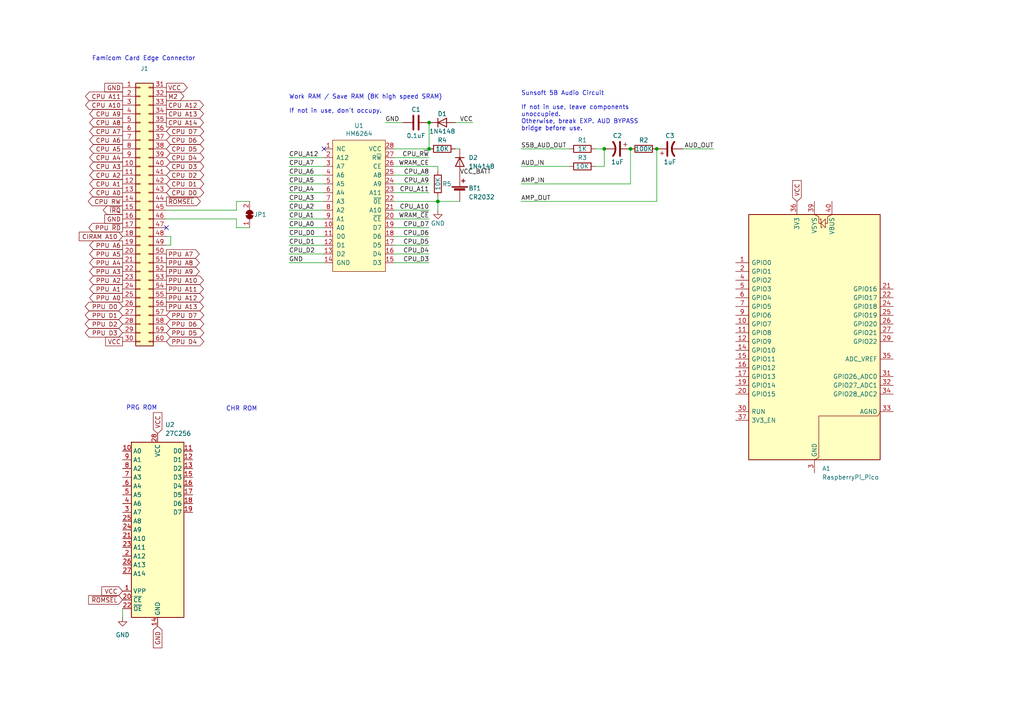
<source format=kicad_sch>
(kicad_sch (version 20231120) (generator "eeschema") (generator_version "8.0")
  (paper "A4")
  (title_block (title "FME-7 / 5A / 5B DevBoard (SS-E301 / JxROM)") (date "2022-03-11") (rev "0.0.4") (company "Persune") (comment 1 "Designed for FC"))
  (lib_symbols
    (symbol "Connector_Generic:Conn_02x30_Top_Bottom" (pin_names (offset 1.016) hide)
      (property "Reference" "J" (at 1.27 38.1 0))
      (property "Value" "Conn_02x30_Top_Bottom" (at 1.27 -40.64 0))
      (symbol "Conn_02x30_Top_Bottom_1_1"
        (rectangle (start -1.27 -37.973) (end 0 -38.227) (stroke (width 0.1524)))
        (rectangle (start -1.27 -35.433) (end 0 -35.687) (stroke (width 0.1524)))
        (rectangle (start -1.27 -32.893) (end 0 -33.147) (stroke (width 0.1524)))
        (rectangle (start -1.27 -30.353) (end 0 -30.607) (stroke (width 0.1524)))
        (rectangle (start -1.27 -27.813) (end 0 -28.067) (stroke (width 0.1524)))
        (rectangle (start -1.27 -25.273) (end 0 -25.527) (stroke (width 0.1524)))
        (rectangle (start -1.27 -22.733) (end 0 -22.987) (stroke (width 0.1524)))
        (rectangle (start -1.27 -20.193) (end 0 -20.447) (stroke (width 0.1524)))
        (rectangle (start -1.27 -17.653) (end 0 -17.907) (stroke (width 0.1524)))
        (rectangle (start -1.27 -15.113) (end 0 -15.367) (stroke (width 0.1524)))
        (rectangle (start -1.27 -12.573) (end 0 -12.827) (stroke (width 0.1524)))
        (rectangle (start -1.27 -10.033) (end 0 -10.287) (stroke (width 0.1524)))
        (rectangle (start -1.27 -7.493) (end 0 -7.747) (stroke (width 0.1524)))
        (rectangle (start -1.27 -4.953) (end 0 -5.207) (stroke (width 0.1524)))
        (rectangle (start -1.27 -2.413) (end 0 -2.667) (stroke (width 0.1524)))
        (rectangle (start -1.27 0.127) (end 0 -0.127) (stroke (width 0.1524)))
        (rectangle (start -1.27 2.667) (end 0 2.413) (stroke (width 0.1524)))
        (rectangle (start -1.27 5.207) (end 0 4.953) (stroke (width 0.1524)))
        (rectangle (start -1.27 7.747) (end 0 7.493) (stroke (width 0.1524)))
        (rectangle (start -1.27 10.287) (end 0 10.033) (stroke (width 0.1524)))
        (rectangle (start -1.27 12.827) (end 0 12.573) (stroke (width 0.1524)))
        (rectangle (start -1.27 15.367) (end 0 15.113) (stroke (width 0.1524)))
        (rectangle (start -1.27 17.907) (end 0 17.653) (stroke (width 0.1524)))
        (rectangle (start -1.27 20.447) (end 0 20.193) (stroke (width 0.1524)))
        (rectangle (start -1.27 22.987) (end 0 22.733) (stroke (width 0.1524)))
        (rectangle (start -1.27 25.527) (end 0 25.273) (stroke (width 0.1524)))
        (rectangle (start -1.27 28.067) (end 0 27.813) (stroke (width 0.1524)))
        (rectangle (start -1.27 30.607) (end 0 30.353) (stroke (width 0.1524)))
        (rectangle (start -1.27 33.147) (end 0 32.893) (stroke (width 0.1524)))
        (rectangle (start -1.27 35.687) (end 0 35.433) (stroke (width 0.1524)))
        (rectangle (start -1.27 36.83) (end 3.81 -39.37) (stroke (width 0.254)) (fill (type background)))
        (rectangle (start 3.81 -37.973) (end 2.54 -38.227) (stroke (width 0.1524)))
        (rectangle (start 3.81 -35.433) (end 2.54 -35.687) (stroke (width 0.1524)))
        (rectangle (start 3.81 -32.893) (end 2.54 -33.147) (stroke (width 0.1524)))
        (rectangle (start 3.81 -30.353) (end 2.54 -30.607) (stroke (width 0.1524)))
        (rectangle (start 3.81 -27.813) (end 2.54 -28.067) (stroke (width 0.1524)))
        (rectangle (start 3.81 -25.273) (end 2.54 -25.527) (stroke (width 0.1524)))
        (rectangle (start 3.81 -22.733) (end 2.54 -22.987) (stroke (width 0.1524)))
        (rectangle (start 3.81 -20.193) (end 2.54 -20.447) (stroke (width 0.1524)))
        (rectangle (start 3.81 -17.653) (end 2.54 -17.907) (stroke (width 0.1524)))
        (rectangle (start 3.81 -15.113) (end 2.54 -15.367) (stroke (width 0.1524)))
        (rectangle (start 3.81 -12.573) (end 2.54 -12.827) (stroke (width 0.1524)))
        (rectangle (start 3.81 -10.033) (end 2.54 -10.287) (stroke (width 0.1524)))
        (rectangle (start 3.81 -7.493) (end 2.54 -7.747) (stroke (width 0.1524)))
        (rectangle (start 3.81 -4.953) (end 2.54 -5.207) (stroke (width 0.1524)))
        (rectangle (start 3.81 -2.413) (end 2.54 -2.667) (stroke (width 0.1524)))
        (rectangle (start 3.81 0.127) (end 2.54 -0.127) (stroke (width 0.1524)))
        (rectangle (start 3.81 2.667) (end 2.54 2.413) (stroke (width 0.1524)))
        (rectangle (start 3.81 5.207) (end 2.54 4.953) (stroke (width 0.1524)))
        (rectangle (start 3.81 7.747) (end 2.54 7.493) (stroke (width 0.1524)))
        (rectangle (start 3.81 10.287) (end 2.54 10.033) (stroke (width 0.1524)))
        (rectangle (start 3.81 12.827) (end 2.54 12.573) (stroke (width 0.1524)))
        (rectangle (start 3.81 15.367) (end 2.54 15.113) (stroke (width 0.1524)))
        (rectangle (start 3.81 17.907) (end 2.54 17.653) (stroke (width 0.1524)))
        (rectangle (start 3.81 20.447) (end 2.54 20.193) (stroke (width 0.1524)))
        (rectangle (start 3.81 22.987) (end 2.54 22.733) (stroke (width 0.1524)))
        (rectangle (start 3.81 25.527) (end 2.54 25.273) (stroke (width 0.1524)))
        (rectangle (start 3.81 28.067) (end 2.54 27.813) (stroke (width 0.1524)))
        (rectangle (start 3.81 30.607) (end 2.54 30.353) (stroke (width 0.1524)))
        (rectangle (start 3.81 33.147) (end 2.54 32.893) (stroke (width 0.1524)))
        (rectangle (start 3.81 35.687) (end 2.54 35.433) (stroke (width 0.1524)))
        (pin passive line (at -5.08 35.56 0) (length 3.81) (name "Pin_1") (number "1"))
        (pin passive line (at -5.08 12.7 0) (length 3.81) (name "Pin_10") (number "10"))
        (pin passive line (at -5.08 10.16 0) (length 3.81) (name "Pin_11") (number "11"))
        (pin passive line (at -5.08 7.62 0) (length 3.81) (name "Pin_12") (number "12"))
        (pin passive line (at -5.08 5.08 0) (length 3.81) (name "Pin_13") (number "13"))
        (pin passive line (at -5.08 2.54 0) (length 3.81) (name "Pin_14") (number "14"))
        (pin passive line (at -5.08 0 0) (length 3.81) (name "Pin_15") (number "15"))
        (pin passive line (at -5.08 -2.54 0) (length 3.81) (name "Pin_16") (number "16"))
        (pin passive line (at -5.08 -5.08 0) (length 3.81) (name "Pin_17") (number "17"))
        (pin passive line (at -5.08 -7.62 0) (length 3.81) (name "Pin_18") (number "18"))
        (pin passive line (at -5.08 -10.16 0) (length 3.81) (name "Pin_19") (number "19"))
        (pin passive line (at -5.08 33.02 0) (length 3.81) (name "Pin_2") (number "2"))
        (pin passive line (at -5.08 -12.7 0) (length 3.81) (name "Pin_20") (number "20"))
        (pin passive line (at -5.08 -15.24 0) (length 3.81) (name "Pin_21") (number "21"))
        (pin passive line (at -5.08 -17.78 0) (length 3.81) (name "Pin_22") (number "22"))
        (pin passive line (at -5.08 -20.32 0) (length 3.81) (name "Pin_23") (number "23"))
        (pin passive line (at -5.08 -22.86 0) (length 3.81) (name "Pin_24") (number "24"))
        (pin passive line (at -5.08 -25.4 0) (length 3.81) (name "Pin_25") (number "25"))
        (pin passive line (at -5.08 -27.94 0) (length 3.81) (name "Pin_26") (number "26"))
        (pin passive line (at -5.08 -30.48 0) (length 3.81) (name "Pin_27") (number "27"))
        (pin passive line (at -5.08 -33.02 0) (length 3.81) (name "Pin_28") (number "28"))
        (pin passive line (at -5.08 -35.56 0) (length 3.81) (name "Pin_29") (number "29"))
        (pin passive line (at -5.08 30.48 0) (length 3.81) (name "Pin_3") (number "3"))
        (pin passive line (at -5.08 -38.1 0) (length 3.81) (name "Pin_30") (number "30"))
        (pin passive line (at 7.62 35.56 180) (length 3.81) (name "Pin_31") (number "31"))
        (pin passive line (at 7.62 33.02 180) (length 3.81) (name "Pin_32") (number "32"))
        (pin passive line (at 7.62 30.48 180) (length 3.81) (name "Pin_33") (number "33"))
        (pin passive line (at 7.62 27.94 180) (length 3.81) (name "Pin_34") (number "34"))
        (pin passive line (at 7.62 25.4 180) (length 3.81) (name "Pin_35") (number "35"))
        (pin passive line (at 7.62 22.86 180) (length 3.81) (name "Pin_36") (number "36"))
        (pin passive line (at 7.62 20.32 180) (length 3.81) (name "Pin_37") (number "37"))
        (pin passive line (at 7.62 17.78 180) (length 3.81) (name "Pin_38") (number "38"))
        (pin passive line (at 7.62 15.24 180) (length 3.81) (name "Pin_39") (number "39"))
        (pin passive line (at -5.08 27.94 0) (length 3.81) (name "Pin_4") (number "4"))
        (pin passive line (at 7.62 12.7 180) (length 3.81) (name "Pin_40") (number "40"))
        (pin passive line (at 7.62 10.16 180) (length 3.81) (name "Pin_41") (number "41"))
        (pin passive line (at 7.62 7.62 180) (length 3.81) (name "Pin_42") (number "42"))
        (pin passive line (at 7.62 5.08 180) (length 3.81) (name "Pin_43") (number "43"))
        (pin passive line (at 7.62 2.54 180) (length 3.81) (name "Pin_44") (number "44"))
        (pin passive line (at 7.62 0 180) (length 3.81) (name "Pin_45") (number "45"))
        (pin passive line (at 7.62 -2.54 180) (length 3.81) (name "Pin_46") (number "46"))
        (pin passive line (at 7.62 -5.08 180) (length 3.81) (name "Pin_47") (number "47"))
        (pin passive line (at 7.62 -7.62 180) (length 3.81) (name "Pin_48") (number "48"))
        (pin passive line (at 7.62 -10.16 180) (length 3.81) (name "Pin_49") (number "49"))
        (pin passive line (at -5.08 25.4 0) (length 3.81) (name "Pin_5") (number "5"))
        (pin passive line (at 7.62 -12.7 180) (length 3.81) (name "Pin_50") (number "50"))
        (pin passive line (at 7.62 -15.24 180) (length 3.81) (name "Pin_51") (number "51"))
        (pin passive line (at 7.62 -17.78 180) (length 3.81) (name "Pin_52") (number "52"))
        (pin passive line (at 7.62 -20.32 180) (length 3.81) (name "Pin_53") (number "53"))
        (pin passive line (at 7.62 -22.86 180) (length 3.81) (name "Pin_54") (number "54"))
        (pin passive line (at 7.62 -25.4 180) (length 3.81) (name "Pin_55") (number "55"))
        (pin passive line (at 7.62 -27.94 180) (length 3.81) (name "Pin_56") (number "56"))
        (pin passive line (at 7.62 -30.48 180) (length 3.81) (name "Pin_57") (number "57"))
        (pin passive line (at 7.62 -33.02 180) (length 3.81) (name "Pin_58") (number "58"))
        (pin passive line (at 7.62 -35.56 180) (length 3.81) (name "Pin_59") (number "59"))
        (pin passive line (at -5.08 22.86 0) (length 3.81) (name "Pin_6") (number "6"))
        (pin passive line (at 7.62 -38.1 180) (length 3.81) (name "Pin_60") (number "60"))
        (pin passive line (at -5.08 20.32 0) (length 3.81) (name "Pin_7") (number "7"))
        (pin passive line (at -5.08 17.78 0) (length 3.81) (name "Pin_8") (number "8"))
        (pin passive line (at -5.08 15.24 0) (length 3.81) (name "Pin_9") (number "9"))
      )
    )
    (symbol "Device:Battery_Cell" (pin_numbers hide) (pin_names (offset 0) hide)
      (property "Reference" "BT" (at 2.54 2.54 0))
      (property "Value" "Battery_Cell" (at 2.54 0 0))
      (symbol "Battery_Cell_0_1"
        (rectangle (start -2.286 1.778) (end 2.286 1.524) (fill (type outline)))
        (rectangle (start -1.5748 1.1938) (end 1.4732 0.6858) (fill (type outline)))
        (polyline (pts (xy 0 0.762) (xy 0 0)))
        (polyline (pts (xy 0 1.778) (xy 0 2.54)))
        (polyline (pts (xy 0.508 3.429) (xy 1.524 3.429)) (stroke (width 0.254)))
        (polyline (pts (xy 1.016 3.937) (xy 1.016 2.921)) (stroke (width 0.254)))
      )
      (symbol "Battery_Cell_1_1"
        (pin passive line (at 0 5.08 270) (length 2.54) (name "+") (number "1"))
        (pin passive line (at 0 -2.54 90) (length 2.54) (name "-") (number "2"))
      )
    )
    (symbol "Device:C" (pin_numbers hide) (pin_names (offset 0.254))
      (property "Reference" "C" (at 0.635 2.54 0))
      (property "Value" "C" (at 0.635 -2.54 0))
      (symbol "C_0_1"
        (polyline (pts (xy -2.032 -0.762) (xy 2.032 -0.762)) (stroke (width 0.508)))
        (polyline (pts (xy -2.032 0.762) (xy 2.032 0.762)) (stroke (width 0.508)))
      )
      (symbol "C_1_1"
        (pin passive line (at 0 3.81 270) (length 2.794) (name "~") (number "1"))
        (pin passive line (at 0 -3.81 90) (length 2.794) (name "~") (number "2"))
      )
    )
    (symbol "Device:CP1" (pin_numbers hide) (pin_names (offset 0.254) hide)
      (property "Reference" "C" (at 0.635 2.54 0))
      (property "Value" "Device_CP1" (at 0.635 -2.54 0))
      (symbol "CP1_0_1"
        (polyline (pts (xy -2.032 0.762) (xy 2.032 0.762)) (stroke (width 0.508)))
        (polyline (pts (xy -1.778 2.286) (xy -0.762 2.286)))
        (polyline (pts (xy -1.27 1.778) (xy -1.27 2.794)))
        (arc (start 2.032 -1.27) (mid 0 -0.5572) (end -2.032 -1.27) (stroke (width 0.508)))
      )
      (symbol "CP1_1_1"
        (pin passive line (at 0 3.81 270) (length 2.794) (name "~") (number "1"))
        (pin passive line (at 0 -3.81 90) (length 3.302) (name "~") (number "2"))
      )
    )
    (symbol "Device:D" (pin_numbers hide) (pin_names (offset 1.016) hide)
      (property "Reference" "D" (at 0 2.54 0))
      (property "Value" "D" (at 0 -2.54 0))
      (symbol "D_0_1"
        (polyline (pts (xy -1.27 1.27) (xy -1.27 -1.27)) (stroke (width 0.254)))
        (polyline (pts (xy 1.27 0) (xy -1.27 0)))
        (polyline (pts (xy 1.27 1.27) (xy 1.27 -1.27) (xy -1.27 0) (xy 1.27 1.27)) (stroke (width 0.254)))
      )
      (symbol "D_1_1"
        (pin passive line (at -3.81 0 0) (length 2.54) (name "K") (number "1"))
        (pin passive line (at 3.81 0 180) (length 2.54) (name "A") (number "2"))
      )
    )
    (symbol "Device:R" (pin_numbers hide) (pin_names (offset 0))
      (property "Reference" "R" (at 2.032 0 90))
      (property "Value" "R" (at 0 0 90))
      (symbol "R_0_1"
        (rectangle (start -1.016 -2.54) (end 1.016 2.54) (stroke (width 0.254)))
      )
      (symbol "R_1_1"
        (pin passive line (at 0 3.81 270) (length 1.27) (name "~") (number "1"))
        (pin passive line (at 0 -3.81 90) (length 1.27) (name "~") (number "2"))
      )
    )
    (symbol "GND_1" (power) (pin_numbers hide) (pin_names (offset 0) hide)
      (property "Value" "GND" (at 0 -3.81 0))
      (symbol "GND_1_0_1"
        (polyline (pts (xy 0 0) (xy 0 -1.27) (xy 1.27 -1.27) (xy 0 -2.54) (xy -1.27 -1.27) (xy 0 -1.27)))
      )
      (symbol "GND_1_1_1"
        (pin power_in line (at 0 0 270) (length 0) (name "~") (number "1"))
      )
    )
    (symbol "Jumper:SolderJumper_2_Bridged" (pin_names (offset 0) hide)
      (property "Reference" "JP" (at 0 2.032 0))
      (property "Value" "SolderJumper_2_Bridged" (at 0 -2.54 0))
      (symbol "SolderJumper_2_Bridged_0_1"
        (rectangle (start -0.508 0.508) (end 0.508 -0.508) (fill (type outline)))
        (arc (start -0.254 1.016) (mid -1.2655 0) (end -0.254 -1.016))
        (arc (start -0.254 1.016) (mid -1.2655 0) (end -0.254 -1.016) (fill (type outline)))
        (polyline (pts (xy -0.254 1.016) (xy -0.254 -1.016)))
        (polyline (pts (xy 0.254 1.016) (xy 0.254 -1.016)))
        (arc (start 0.254 -1.016) (mid 1.2655 0) (end 0.254 1.016))
        (arc (start 0.254 -1.016) (mid 1.2655 0) (end 0.254 1.016) (fill (type outline)))
      )
      (symbol "SolderJumper_2_Bridged_1_1"
        (pin passive line (at -3.81 0 0) (length 2.54) (name "A") (number "1"))
        (pin passive line (at 3.81 0 180) (length 2.54) (name "B") (number "2"))
      )
    )
    (symbol "MCU_Module_RaspberryPi_Pico:RaspberryPi_Pico" (pin_names (offset 0.762))
      (property "Reference" "A" (at -19.05 38.1 0))
      (property "Value" "RaspberryPi_Pico" (at 7.62 38.1 0))
      (symbol "RaspberryPi_Pico_0_1"
        (rectangle (start -19.05 36.83) (end 19.05 -34.29) (stroke (width 0.254)) (fill (type background)))
        (polyline (pts (xy 0 36.83) (xy 1.27 36.195) (xy 1.27 34.29) (xy 1.905 34.29)))
        (polyline (pts (xy 1.905 34.29) (xy 3.175 35.56) (xy 3.175 33.02) (xy 1.905 34.29)))
        (polyline (pts (xy 5.08 36.83) (xy 3.81 36.195) (xy 3.81 34.29) (xy 3.175 34.29)))
        (polyline (pts (xy 0 -34.29) (xy 1.27 -33.655) (xy 1.27 -21.59) (xy 18.415 -21.59) (xy 19.05 -20.32)))
        (polyline (pts (xy 1.651 35.306) (xy 1.651 35.56) (xy 1.905 35.56) (xy 1.905 33.02) (xy 2.159 33.02) (xy 2.159 33.274)))
      )
      (symbol "RaspberryPi_Pico_1_1"
        (pin bidirectional line (at -22.86 22.86 0) (length 3.81) (name "GPIO0") (number "1"))
        (pin bidirectional line (at -22.86 5.08 0) (length 3.81) (name "GPIO7") (number "10"))
        (pin bidirectional line (at -22.86 2.54 0) (length 3.81) (name "GPIO8") (number "11"))
        (pin bidirectional line (at -22.86 0 0) (length 3.81) (name "GPIO9") (number "12"))
        (pin passive line (at 0 -38.1 90) (length 3.81) hide (name "GND") (number "13"))
        (pin bidirectional line (at -22.86 -2.54 0) (length 3.81) (name "GPIO10") (number "14"))
        (pin bidirectional line (at -22.86 -5.08 0) (length 3.81) (name "GPIO11") (number "15"))
        (pin bidirectional line (at -22.86 -7.62 0) (length 3.81) (name "GPIO12") (number "16"))
        (pin bidirectional line (at -22.86 -10.16 0) (length 3.81) (name "GPIO13") (number "17"))
        (pin passive line (at 0 -38.1 90) (length 3.81) hide (name "GND") (number "18"))
        (pin bidirectional line (at -22.86 -12.7 0) (length 3.81) (name "GPIO14") (number "19"))
        (pin bidirectional line (at -22.86 20.32 0) (length 3.81) (name "GPIO1") (number "2"))
        (pin bidirectional line (at -22.86 -15.24 0) (length 3.81) (name "GPIO15") (number "20"))
        (pin bidirectional line (at 22.86 15.24 180) (length 3.81) (name "GPIO16") (number "21"))
        (pin bidirectional line (at 22.86 12.7 180) (length 3.81) (name "GPIO17") (number "22"))
        (pin passive line (at 0 -38.1 90) (length 3.81) hide (name "GND") (number "23"))
        (pin bidirectional line (at 22.86 10.16 180) (length 3.81) (name "GPIO18") (number "24"))
        (pin bidirectional line (at 22.86 7.62 180) (length 3.81) (name "GPIO19") (number "25"))
        (pin bidirectional line (at 22.86 5.08 180) (length 3.81) (name "GPIO20") (number "26"))
        (pin bidirectional line (at 22.86 2.54 180) (length 3.81) (name "GPIO21") (number "27"))
        (pin passive line (at 0 -38.1 90) (length 3.81) hide (name "GND") (number "28"))
        (pin bidirectional line (at 22.86 0 180) (length 3.81) (name "GPIO22") (number "29"))
        (pin power_out line (at 0 -38.1 90) (length 3.81) (name "GND") (number "3"))
        (pin input line (at -22.86 -20.32 0) (length 3.81) (name "RUN") (number "30"))
        (pin bidirectional line (at 22.86 -10.16 180) (length 3.81) (name "GPIO26_ADC0") (number "31"))
        (pin bidirectional line (at 22.86 -12.7 180) (length 3.81) (name "GPIO27_ADC1") (number "32"))
        (pin power_out line (at 22.86 -20.32 180) (length 3.81) (name "AGND") (number "33"))
        (pin bidirectional line (at 22.86 -15.24 180) (length 3.81) (name "GPIO28_ADC2") (number "34"))
        (pin power_in line (at 22.86 -5.08 180) (length 3.81) (name "ADC_VREF") (number "35"))
        (pin power_out line (at -5.08 40.64 270) (length 3.81) (name "3V3") (number "36"))
        (pin input line (at -22.86 -22.86 0) (length 3.81) (name "3V3_EN") (number "37"))
        (pin passive line (at 0 -38.1 90) (length 3.81) hide (name "GND") (number "38"))
        (pin power_in line (at 0 40.64 270) (length 3.81) (name "VSYS") (number "39"))
        (pin bidirectional line (at -22.86 17.78 0) (length 3.81) (name "GPIO2") (number "4"))
        (pin power_out line (at 5.08 40.64 270) (length 3.81) (name "VBUS") (number "40"))
        (pin bidirectional line (at -22.86 15.24 0) (length 3.81) (name "GPIO3") (number "5"))
        (pin bidirectional line (at -22.86 12.7 0) (length 3.81) (name "GPIO4") (number "6"))
        (pin bidirectional line (at -22.86 10.16 0) (length 3.81) (name "GPIO5") (number "7"))
        (pin passive line (at 0 -38.1 90) (length 3.81) hide (name "GND") (number "8"))
        (pin bidirectional line (at -22.86 7.62 0) (length 3.81) (name "GPIO6") (number "9"))
      )
    )
    (symbol "Memory_EPROM:27C256"
      (property "Reference" "U" (at -7.62 26.67 0))
      (property "Value" "27C256" (at 2.54 -26.67 0))
      (symbol "27C256_1_1"
        (rectangle (start -7.62 25.4) (end 7.62 -25.4) (stroke (width 0.254)) (fill (type background)))
        (pin input line (at -10.16 -17.78 0) (length 2.54) (name "VPP") (number "1"))
        (pin input line (at -10.16 22.86 0) (length 2.54) (name "A0") (number "10"))
        (pin tri_state line (at 10.16 22.86 180) (length 2.54) (name "D0") (number "11"))
        (pin tri_state line (at 10.16 20.32 180) (length 2.54) (name "D1") (number "12"))
        (pin tri_state line (at 10.16 17.78 180) (length 2.54) (name "D2") (number "13"))
        (pin power_in line (at 0 -27.94 90) (length 2.54) (name "GND") (number "14"))
        (pin tri_state line (at 10.16 15.24 180) (length 2.54) (name "D3") (number "15"))
        (pin tri_state line (at 10.16 12.7 180) (length 2.54) (name "D4") (number "16"))
        (pin tri_state line (at 10.16 10.16 180) (length 2.54) (name "D5") (number "17"))
        (pin tri_state line (at 10.16 7.62 180) (length 2.54) (name "D6") (number "18"))
        (pin tri_state line (at 10.16 5.08 180) (length 2.54) (name "D7") (number "19"))
        (pin input line (at -10.16 -7.62 0) (length 2.54) (name "A12") (number "2"))
        (pin input line (at -10.16 -20.32 0) (length 2.54) (name "~{CE}") (number "20"))
        (pin input line (at -10.16 -2.54 0) (length 2.54) (name "A10") (number "21"))
        (pin input line (at -10.16 -22.86 0) (length 2.54) (name "~{OE}") (number "22"))
        (pin input line (at -10.16 -5.08 0) (length 2.54) (name "A11") (number "23"))
        (pin input line (at -10.16 0 0) (length 2.54) (name "A9") (number "24"))
        (pin input line (at -10.16 2.54 0) (length 2.54) (name "A8") (number "25"))
        (pin input line (at -10.16 -10.16 0) (length 2.54) (name "A13") (number "26"))
        (pin input line (at -10.16 -12.7 0) (length 2.54) (name "A14") (number "27"))
        (pin power_in line (at 0 27.94 270) (length 2.54) (name "VCC") (number "28"))
        (pin input line (at -10.16 5.08 0) (length 2.54) (name "A7") (number "3"))
        (pin input line (at -10.16 7.62 0) (length 2.54) (name "A6") (number "4"))
        (pin input line (at -10.16 10.16 0) (length 2.54) (name "A5") (number "5"))
        (pin input line (at -10.16 12.7 0) (length 2.54) (name "A4") (number "6"))
        (pin input line (at -10.16 15.24 0) (length 2.54) (name "A3") (number "7"))
        (pin input line (at -10.16 17.78 0) (length 2.54) (name "A2") (number "8"))
        (pin input line (at -10.16 20.32 0) (length 2.54) (name "A1") (number "9"))
      )
    )
    (symbol "custom_symbols:HM6264" (pin_names (offset 1.016))
      (property "Reference" "U" (at 0 22.86 0))
      (property "Value" "HM6264" (at 0 20.32 0))
      (symbol "HM6264_0_1"
        (rectangle (start -7.62 19.05) (end 7.62 -19.05) (fill (type background)))
      )
      (symbol "HM6264_1_1"
        (pin unspecified line (at -10.16 16.51 0) (length 2.54) (name "NC") (number "1"))
        (pin input line (at -10.16 -6.35 0) (length 2.54) (name "A0") (number "10"))
        (pin bidirectional line (at -10.16 -8.89 0) (length 2.54) (name "D0") (number "11"))
        (pin bidirectional line (at -10.16 -11.43 0) (length 2.54) (name "D1") (number "12"))
        (pin bidirectional line (at -10.16 -13.97 0) (length 2.54) (name "D2") (number "13"))
        (pin power_in line (at -10.16 -16.51 0) (length 2.54) (name "GND") (number "14"))
        (pin bidirectional line (at 10.16 -16.51 180) (length 2.54) (name "D3") (number "15"))
        (pin bidirectional line (at 10.16 -13.97 180) (length 2.54) (name "D4") (number "16"))
        (pin bidirectional line (at 10.16 -11.43 180) (length 2.54) (name "D5") (number "17"))
        (pin bidirectional line (at 10.16 -8.89 180) (length 2.54) (name "D6") (number "18"))
        (pin bidirectional line (at 10.16 -6.35 180) (length 2.54) (name "D7") (number "19"))
        (pin input line (at -10.16 13.97 0) (length 2.54) (name "A12") (number "2"))
        (pin output line (at 10.16 -3.81 180) (length 2.54) (name "~{CE}") (number "20"))
        (pin input line (at 10.16 -1.27 180) (length 2.54) (name "A10") (number "21"))
        (pin output line (at 10.16 1.27 180) (length 2.54) (name "~{0E}") (number "22"))
        (pin input line (at 10.16 3.81 180) (length 2.54) (name "A11") (number "23"))
        (pin input line (at 10.16 6.35 180) (length 2.54) (name "A9") (number "24"))
        (pin input line (at 10.16 8.89 180) (length 2.54) (name "A8") (number "25"))
        (pin input line (at 10.16 11.43 180) (length 2.54) (name "CE") (number "26"))
        (pin input line (at 10.16 13.97 180) (length 2.54) (name "R~{W}") (number "27"))
        (pin power_in line (at 10.16 16.51 180) (length 2.54) (name "VCC") (number "28"))
        (pin input line (at -10.16 11.43 0) (length 2.54) (name "A7") (number "3"))
        (pin input line (at -10.16 8.89 0) (length 2.54) (name "A6") (number "4"))
        (pin input line (at -10.16 6.35 0) (length 2.54) (name "A5") (number "5"))
        (pin input line (at -10.16 3.81 0) (length 2.54) (name "A4") (number "6"))
        (pin input line (at -10.16 1.27 0) (length 2.54) (name "A3") (number "7"))
        (pin input line (at -10.16 -1.27 0) (length 2.54) (name "A2") (number "8"))
        (pin input line (at -10.16 -3.81 0) (length 2.54) (name "A1") (number "9"))
      )
    )
    (symbol "power:GND" (power) (pin_names (offset 0))
      (property "Value" "GND" (at 0 -3.81 0))
      (symbol "GND_0_1"
        (polyline (pts (xy 0 0) (xy 0 -1.27) (xy 1.27 -1.27) (xy 0 -2.54) (xy -1.27 -1.27) (xy 0 -1.27)))
      )
      (symbol "GND_1_1"
        (pin power_in line (at 0 0 270) (length 0) hide (name "GND") (number "1"))
      )
    )
    (symbol "power:PWR_FLAG" (power) (pin_numbers hide) (pin_names (offset 0) hide)
      (property "Value" "PWR_FLAG" (at 0 3.81 0))
      (symbol "PWR_FLAG_0_0"
        (pin power_out line (at 0 0 90) (length 0) (name "pwr") (number "1"))
      )
      (symbol "PWR_FLAG_0_1"
        (polyline (pts (xy 0 0) (xy 0 1.27) (xy -1.016 1.905) (xy 0 2.54) (xy 1.016 1.905) (xy 0 1.27)))
      )
    )
    (symbol "power:VCC" (power) (pin_names (offset 0))
      (property "Value" "VCC" (at 0 3.81 0))
      (symbol "VCC_0_1"
        (polyline (pts (xy -0.762 1.27) (xy 0 2.54)))
        (polyline (pts (xy 0 0) (xy 0 2.54)))
        (polyline (pts (xy 0 2.54) (xy 0.762 1.27)))
      )
      (symbol "VCC_1_1"
        (pin power_in line (at 0 0 90) (length 0) hide (name "VCC") (number "1"))
      )
    )
  )
  (junction (at 175.26 43.18))
  (junction (at 182.88 43.18))
  (junction (at 190.5 43.18))
  (junction (at 124.46 43.18))
  (junction (at 127 58.42))
  (junction (at 124.46 35.56))
  (no_connect (at 48.26 66.04))
  (no_connect (at 93.98 43.18))
  (wire (pts (xy 48.26 63.5) (xy 68.58 63.5)))
  (wire (pts (xy 83.82 60.96) (xy 93.98 60.96)))
  (wire (pts (xy 151.13 43.18) (xy 165.1 43.18)))
  (wire (pts (xy 124.46 35.56) (xy 124.46 43.18)))
  (wire (pts (xy 68.58 58.42) (xy 68.58 60.96)))
  (wire (pts (xy 127 48.26) (xy 127 49.53)))
  (wire (pts (xy 190.5 43.18) (xy 190.5 58.42)))
  (wire (pts (xy 114.3 63.5) (xy 124.46 63.5)))
  (wire (pts (xy 172.72 43.18) (xy 175.26 43.18)))
  (wire (pts (xy 35.56 179.07) (xy 35.56 176.53)))
  (wire (pts (xy 83.82 45.72) (xy 93.98 45.72)))
  (wire (pts (xy 83.82 66.04) (xy 93.98 66.04)))
  (wire (pts (xy 48.26 60.96) (xy 68.58 60.96)))
  (wire (pts (xy 127 60.96) (xy 127 58.42)))
  (wire (pts (xy 124.46 66.04) (xy 114.3 66.04)))
  (wire (pts (xy 124.46 60.96) (xy 114.3 60.96)))
  (wire (pts (xy 207.01 43.18) (xy 198.12 43.18)))
  (wire (pts (xy 175.26 43.18) (xy 175.26 48.26)))
  (wire (pts (xy 114.3 48.26) (xy 127 48.26)))
  (wire (pts (xy 124.46 50.8) (xy 114.3 50.8)))
  (wire (pts (xy 93.98 73.66) (xy 83.82 73.66)))
  (wire (pts (xy 68.58 66.04) (xy 68.58 63.5)))
  (wire (pts (xy 151.13 58.42) (xy 190.5 58.42)))
  (wire (pts (xy 302.26 207.01) (xy 307.34 207.01)))
  (wire (pts (xy 49.53 68.58) (xy 49.53 71.12)))
  (wire (pts (xy 114.3 68.58) (xy 124.46 68.58)))
  (wire (pts (xy 133.35 43.18) (xy 132.08 43.18)))
  (wire (pts (xy 83.82 76.2) (xy 93.98 76.2)))
  (wire (pts (xy 124.46 71.12) (xy 114.3 71.12)))
  (wire (pts (xy 72.39 58.42) (xy 68.58 58.42)))
  (wire (pts (xy 114.3 55.88) (xy 124.46 55.88)))
  (wire (pts (xy 114.3 73.66) (xy 124.46 73.66)))
  (wire (pts (xy 72.39 66.04) (xy 68.58 66.04)))
  (wire (pts (xy 127 57.15) (xy 127 58.42)))
  (wire (pts (xy 114.3 58.42) (xy 127 58.42)))
  (wire (pts (xy 48.26 68.58) (xy 49.53 68.58)))
  (wire (pts (xy 93.98 63.5) (xy 83.82 63.5)))
  (wire (pts (xy 83.82 71.12) (xy 93.98 71.12)))
  (wire (pts (xy 132.08 35.56) (xy 137.16 35.56)))
  (wire (pts (xy 182.88 43.18) (xy 182.88 53.34)))
  (wire (pts (xy 93.98 58.42) (xy 83.82 58.42)))
  (wire (pts (xy 151.13 53.34) (xy 182.88 53.34)))
  (wire (pts (xy 114.3 43.18) (xy 124.46 43.18)))
  (wire (pts (xy 114.3 53.34) (xy 124.46 53.34)))
  (wire (pts (xy 93.98 68.58) (xy 83.82 68.58)))
  (wire (pts (xy 111.76 35.56) (xy 116.84 35.56)))
  (wire (pts (xy 83.82 50.8) (xy 93.98 50.8)))
  (wire (pts (xy 124.46 45.72) (xy 114.3 45.72)))
  (wire (pts (xy 124.46 76.2) (xy 114.3 76.2)))
  (wire (pts (xy 172.72 48.26) (xy 175.26 48.26)))
  (wire (pts (xy 133.35 58.42) (xy 127 58.42)))
  (wire (pts (xy 302.26 209.55) (xy 307.34 209.55)))
  (wire (pts (xy 83.82 55.88) (xy 93.98 55.88)))
  (wire (pts (xy 93.98 48.26) (xy 83.82 48.26)))
  (wire (pts (xy 49.53 71.12) (xy 48.26 71.12)))
  (wire (pts (xy 93.98 53.34) (xy 83.82 53.34)))
  (wire (pts (xy 165.1 48.26) (xy 151.13 48.26)))
  (text "Sunsoft 5B Audio Circuit\n\nIf not in use, leave components\nunoccupied.\nOtherwise, break EXP. AUD BYPASS\nbridge before use." (at 151.13 38.1 0) (effects (font (size 1.27 1.27)) (justify left bottom)))
  (text "Famicom Card Edge Connector" (at 26.67 17.78 0) (effects (font (size 1.27 1.27)) (justify left bottom)))
  (text "CHR ROM" (at 65.532 119.38 0) (effects (font (size 1.27 1.27)) (justify left bottom)))
  (text "Work RAM / Save RAM (8K high speed SRAM)\n\nIf not in use, don't occupy." (at 83.82 33.02 0) (effects (font (size 1.27 1.27)) (justify left bottom)))
  (text "PRG ROM" (at 36.576 119.126 0) (effects (font (size 1.27 1.27)) (justify left bottom)))
  (label "CPU_D2" (at 83.82 73.66 0))
  (label "CPU_A11" (at 124.46 55.88 180))
  (label "CPU_R~{W}" (at 124.46 45.72 180))
  (label "CPU_D0" (at 83.82 68.58 0))
  (label "CPU_A10" (at 124.46 60.96 180))
  (label "AMP_IN" (at 151.13 53.34 0))
  (label "CPU_A2" (at 83.82 60.96 0))
  (label "CPU_D4" (at 124.46 73.66 180))
  (label "CPU_A1" (at 83.82 63.5 0))
  (label "WRAM_CE" (at 124.46 48.26 180))
  (label "CPU_A12" (at 83.82 45.72 0))
  (label "AMP_OUT" (at 151.13 58.42 0))
  (label "CPU_D7" (at 124.46 66.04 180))
  (label "CPU_A9" (at 124.46 53.34 180))
  (label "GND" (at 83.82 76.2 0))
  (label "VCC" (at 302.26 209.55 0))
  (label "CPU_A7" (at 83.82 48.26 0))
  (label "WRAM_~{CE}" (at 124.46 63.5 180))
  (label "CPU_A8" (at 124.46 50.8 180))
  (label "CPU_A3" (at 83.82 58.42 0))
  (label "CPU_D1" (at 83.82 71.12 0))
  (label "AUD_OUT" (at 207.01 43.18 180))
  (label "CPU_A4" (at 83.82 55.88 0))
  (label "CPU_A0" (at 83.82 66.04 0))
  (label "GND" (at 302.26 207.01 0))
  (label "CPU_A6" (at 83.82 50.8 0))
  (label "CPU_D3" (at 124.46 76.2 180))
  (label "GND" (at 111.76 35.56 0))
  (label "CPU_D5" (at 124.46 71.12 180))
  (label "CPU_D6" (at 124.46 68.58 180))
  (label "VCC_BATT" (at 133.35 50.8 0))
  (label "S5B_AUD_OUT" (at 151.13 43.18 0))
  (label "VCC" (at 137.16 35.56 180))
  (label "AUD_IN" (at 151.13 48.26 0))
  (label "CPU_A5" (at 83.82 53.34 0))
  (global_label "PPU A7" (shape output) (at 48.26 73.66 0) (property "Intersheetrefs" "${INTERSHEET_REFS}" (effects (hide yes))))
  (global_label "VCC" (shape input) (at 35.56 171.45 180) (property "Intersheetrefs" "${INTERSHEET_REFS}" (effects (hide yes))))
  (global_label "CPU A4" (shape output) (at 35.56 45.72 180) (property "Intersheetrefs" "${INTERSHEET_REFS}" (effects (hide yes))))
  (global_label "M2" (shape output) (at 48.26 27.94 0) (property "Intersheetrefs" "${INTERSHEET_REFS}" (effects (hide yes))))
  (global_label "CPU D3" (shape bidirectional) (at 48.26 48.26 0) (property "Intersheetrefs" "${INTERSHEET_REFS}" (effects (hide yes))))
  (global_label "~{ROMSEL}" (shape input) (at 35.56 173.99 180) (property "Intersheetrefs" "${INTERSHEET_REFS}" (effects (hide yes))))
  (global_label "CPU A10" (shape output) (at 35.56 30.48 180) (property "Intersheetrefs" "${INTERSHEET_REFS}" (effects (hide yes))))
  (global_label "VCC" (shape passive) (at 35.56 99.06 180) (property "Intersheetrefs" "${INTERSHEET_REFS}" (effects (hide yes))))
  (global_label "CPU A14" (shape output) (at 48.26 35.56 0) (property "Intersheetrefs" "${INTERSHEET_REFS}" (effects (hide yes))))
  (global_label "PPU D7" (shape bidirectional) (at 48.26 91.44 0) (property "Intersheetrefs" "${INTERSHEET_REFS}" (effects (hide yes))))
  (global_label "PPU A3" (shape output) (at 35.56 78.74 180) (property "Intersheetrefs" "${INTERSHEET_REFS}" (effects (hide yes))))
  (global_label "PPU D1" (shape bidirectional) (at 35.56 91.44 180) (property "Intersheetrefs" "${INTERSHEET_REFS}" (effects (hide yes))))
  (global_label "GND" (shape passive) (at 35.56 63.5 180) (property "Intersheetrefs" "${INTERSHEET_REFS}" (effects (hide yes))))
  (global_label "PPU ~{RD}" (shape output) (at 35.56 66.04 180) (property "Intersheetrefs" "${INTERSHEET_REFS}" (effects (hide yes))))
  (global_label "CPU A3" (shape output) (at 35.56 48.26 180) (property "Intersheetrefs" "${INTERSHEET_REFS}" (effects (hide yes))))
  (global_label "CPU D1" (shape bidirectional) (at 48.26 53.34 0) (property "Intersheetrefs" "${INTERSHEET_REFS}" (effects (hide yes))))
  (global_label "CPU A9" (shape output) (at 35.56 33.02 180) (property "Intersheetrefs" "${INTERSHEET_REFS}" (effects (hide yes))))
  (global_label "~{IRQ}" (shape output) (at 35.56 60.96 180) (property "Intersheetrefs" "${INTERSHEET_REFS}" (effects (hide yes))))
  (global_label "CIRAM A10" (shape input) (at 35.56 68.58 180) (property "Intersheetrefs" "${INTERSHEET_REFS}" (effects (hide yes))))
  (global_label "CPU A5" (shape output) (at 35.56 43.18 180) (property "Intersheetrefs" "${INTERSHEET_REFS}" (effects (hide yes))))
  (global_label "VCC" (shape output) (at 48.26 25.4 0) (property "Intersheetrefs" "${INTERSHEET_REFS}" (effects (hide yes))))
  (global_label "CPU A12" (shape output) (at 48.26 30.48 0) (property "Intersheetrefs" "${INTERSHEET_REFS}" (effects (hide yes))))
  (global_label "CPU D0" (shape bidirectional) (at 48.26 55.88 0) (property "Intersheetrefs" "${INTERSHEET_REFS}" (effects (hide yes))))
  (global_label "CPU D5" (shape bidirectional) (at 48.26 43.18 0) (property "Intersheetrefs" "${INTERSHEET_REFS}" (effects (hide yes))))
  (global_label "CPU A7" (shape output) (at 35.56 38.1 180) (property "Intersheetrefs" "${INTERSHEET_REFS}" (effects (hide yes))))
  (global_label "PPU A1" (shape output) (at 35.56 83.82 180) (property "Intersheetrefs" "${INTERSHEET_REFS}" (effects (hide yes))))
  (global_label "PPU A10" (shape output) (at 48.26 81.28 0) (property "Intersheetrefs" "${INTERSHEET_REFS}" (effects (hide yes))))
  (global_label "PPU A11" (shape output) (at 48.26 83.82 0) (property "Intersheetrefs" "${INTERSHEET_REFS}" (effects (hide yes))))
  (global_label "GND" (shape input) (at 45.72 181.61 270) (property "Intersheetrefs" "${INTERSHEET_REFS}" (effects (hide yes))))
  (global_label "VCC" (shape input) (at 45.72 125.73 90) (property "Intersheetrefs" "${INTERSHEET_REFS}" (effects (hide yes))))
  (global_label "CPU RW" (shape output) (at 35.56 58.42 180) (property "Intersheetrefs" "${INTERSHEET_REFS}" (effects (hide yes))))
  (global_label "CPU D6" (shape bidirectional) (at 48.26 40.64 0) (property "Intersheetrefs" "${INTERSHEET_REFS}" (effects (hide yes))))
  (global_label "CPU A1" (shape output) (at 35.56 53.34 180) (property "Intersheetrefs" "${INTERSHEET_REFS}" (effects (hide yes))))
  (global_label "PPU A6" (shape output) (at 35.56 71.12 180) (property "Intersheetrefs" "${INTERSHEET_REFS}" (effects (hide yes))))
  (global_label "CPU A0" (shape output) (at 35.56 55.88 180) (property "Intersheetrefs" "${INTERSHEET_REFS}" (effects (hide yes))))
  (global_label "CPU A8" (shape output) (at 35.56 35.56 180) (property "Intersheetrefs" "${INTERSHEET_REFS}" (effects (hide yes))))
  (global_label "PPU D3" (shape bidirectional) (at 35.56 96.52 180) (property "Intersheetrefs" "${INTERSHEET_REFS}" (effects (hide yes))))
  (global_label "CPU D7" (shape bidirectional) (at 48.26 38.1 0) (property "Intersheetrefs" "${INTERSHEET_REFS}" (effects (hide yes))))
  (global_label "CPU A13" (shape output) (at 48.26 33.02 0) (property "Intersheetrefs" "${INTERSHEET_REFS}" (effects (hide yes))))
  (global_label "CPU D2" (shape bidirectional) (at 48.26 50.8 0) (property "Intersheetrefs" "${INTERSHEET_REFS}" (effects (hide yes))))
  (global_label "PPU A5" (shape output) (at 35.56 73.66 180) (property "Intersheetrefs" "${INTERSHEET_REFS}" (effects (hide yes))))
  (global_label "PPU D2" (shape bidirectional) (at 35.56 93.98 180) (property "Intersheetrefs" "${INTERSHEET_REFS}" (effects (hide yes))))
  (global_label "CPU A11" (shape output) (at 35.56 27.94 180) (property "Intersheetrefs" "${INTERSHEET_REFS}" (effects (hide yes))))
  (global_label "VCC" (shape input) (at 231.14 58.42 90) (property "Intersheetrefs" "${INTERSHEET_REFS}" (effects (hide yes))))
  (global_label "CPU A2" (shape output) (at 35.56 50.8 180) (property "Intersheetrefs" "${INTERSHEET_REFS}" (effects (hide yes))))
  (global_label "PPU D5" (shape bidirectional) (at 48.26 96.52 0) (property "Intersheetrefs" "${INTERSHEET_REFS}" (effects (hide yes))))
  (global_label "PPU A2" (shape output) (at 35.56 81.28 180) (property "Intersheetrefs" "${INTERSHEET_REFS}" (effects (hide yes))))
  (global_label "PPU A9" (shape output) (at 48.26 78.74 0) (property "Intersheetrefs" "${INTERSHEET_REFS}" (effects (hide yes))))
  (global_label "PPU A12" (shape output) (at 48.26 86.36 0) (property "Intersheetrefs" "${INTERSHEET_REFS}" (effects (hide yes))))
  (global_label "~{ROMSEL}" (shape output) (at 48.26 58.42 0) (property "Intersheetrefs" "${INTERSHEET_REFS}" (effects (hide yes))))
  (global_label "GND" (shape passive) (at 35.56 25.4 180) (property "Intersheetrefs" "${INTERSHEET_REFS}" (effects (hide yes))))
  (global_label "PPU A4" (shape output) (at 35.56 76.2 180) (property "Intersheetrefs" "${INTERSHEET_REFS}" (effects (hide yes))))
  (global_label "PPU A13" (shape output) (at 48.26 88.9 0) (property "Intersheetrefs" "${INTERSHEET_REFS}" (effects (hide yes))))
  (global_label "PPU D4" (shape bidirectional) (at 48.26 99.06 0) (property "Intersheetrefs" "${INTERSHEET_REFS}" (effects (hide yes))))
  (global_label "PPU D6" (shape bidirectional) (at 48.26 93.98 0) (property "Intersheetrefs" "${INTERSHEET_REFS}" (effects (hide yes))))
  (global_label "PPU A0" (shape output) (at 35.56 86.36 180) (property "Intersheetrefs" "${INTERSHEET_REFS}" (effects (hide yes))))
  (global_label "CPU D4" (shape bidirectional) (at 48.26 45.72 0) (property "Intersheetrefs" "${INTERSHEET_REFS}" (effects (hide yes))))
  (global_label "CPU A6" (shape output) (at 35.56 40.64 180) (property "Intersheetrefs" "${INTERSHEET_REFS}" (effects (hide yes))))
  (global_label "PPU D0" (shape bidirectional) (at 35.56 88.9 180) (property "Intersheetrefs" "${INTERSHEET_REFS}" (effects (hide yes))))
  (global_label "PPU A8" (shape output) (at 48.26 76.2 0) (property "Intersheetrefs" "${INTERSHEET_REFS}" (effects (hide yes))))
  (symbol (lib_id "Connector_Generic:Conn_02x30_Top_Bottom") (at 40.64 60.96 0) (unit 1)
    (property "Reference" "J1" (at 41.91 19.8882 0))
    (property "Value" "Famicom Card Edge Connector" (effects (hide yes)))
    (property "Footprint" "custom footprints:BBW-E301" (effects (hide yes)))
  )
  (symbol (lib_id "power:VCC") (at 299.72 207.01 0) (unit 1)
    (property "Reference" "#PWR02" (effects (hide yes)))
    (property "Value" "VCC" (at 299.72 203.2 0))
  )
  (symbol (lib_id "power:GND") (at 299.72 210.82 0) (unit 1)
    (property "Reference" "#PWR05" (effects (hide yes)))
    (property "Value" "GND" (at 299.72 214.63 0))
  )
  (symbol (lib_id "power:PWR_FLAG") (at 299.72 210.82 0) (unit 1)
    (property "Reference" "#FLG02" (effects (hide yes)))
    (property "Value" "PWR_FLAG" (effects (hide yes)))
  )
  (symbol (lib_id "power:GND") (at 307.34 207.01 90) (unit 1)
    (property "Reference" "#PWR03" (effects (hide yes)))
    (property "Value" "GND" (at 309.88 207.01 90) (effects (justify right)))
  )
  (symbol (lib_id "power:VCC") (at 307.34 209.55 270) (unit 1)
    (property "Reference" "#PWR04" (effects (hide yes)))
    (property "Value" "VCC" (at 309.88 209.55 90) (effects (justify left)))
  )
  (symbol (lib_id "Device:R") (at 168.91 43.18 90) (unit 1)
    (property "Reference" "R1" (at 168.91 40.64 90))
    (property "Value" "1K" (at 168.91 43.18 90))
    (property "Footprint" "Resistor_SMD:R_0805_2012Metric" (effects (hide yes)))
    (property "LCSC" "C441949" (effects (hide yes)))
  )
  (symbol (lib_id "Device:CP1") (at 179.07 43.18 270) (unit 1)
    (property "Reference" "C2" (at 179.07 39.37 90))
    (property "Value" "1uF" (at 179.07 46.99 90))
    (property "Footprint" "Capacitor_SMD:CP_Elec_4x5.3" (effects (hide yes)))
    (property "LCSC" "C249445" (effects (hide yes)))
  )
  (symbol (lib_id "power:PWR_FLAG") (at 299.72 207.01 180) (unit 1)
    (property "Reference" "#FLG01" (effects (hide yes)))
    (property "Value" "PWR_FLAG" (effects (hide yes)))
  )
  (symbol (lib_id "Device:R") (at 168.91 48.26 90) (unit 1)
    (property "Reference" "R3" (at 168.91 45.72 90))
    (property "Value" "10K" (at 168.91 48.26 90))
    (property "Footprint" "Resistor_SMD:R_0805_2012Metric" (effects (hide yes)))
    (property "LCSC" "C441955" (effects (hide yes)))
  )
  (symbol (lib_id "Device:CP1") (at 194.31 43.18 90) (unit 1)
    (property "Reference" "C3" (at 194.31 39.37 90))
    (property "Value" "1uF" (at 194.31 46.99 90))
    (property "Footprint" "Capacitor_SMD:CP_Elec_4x5.3" (effects (hide yes)))
    (property "LCSC" "C249445" (effects (hide yes)))
  )
  (symbol (lib_id "Device:C") (at 120.65 35.56 90) (unit 1)
    (property "Reference" "C1" (at 120.65 31.75 90))
    (property "Value" "0.1uF" (at 120.65 39.37 90))
    (property "Footprint" "Capacitor_SMD:C_0805_2012Metric" (effects (hide yes)))
    (property "LCSC" "C779984" (effects (hide yes)))
  )
  (symbol (lib_id "Device:R") (at 186.69 43.18 90) (unit 1)
    (property "Reference" "R2" (at 186.69 40.64 90))
    (property "Value" "100K" (at 186.69 43.18 90))
    (property "Footprint" "Resistor_SMD:R_0805_2012Metric" (effects (hide yes)))
    (property "LCSC" "C441960" (effects (hide yes)))
  )
  (symbol (lib_id "custom_symbols:HM6264") (at 104.14 59.69 0) (unit 1)
    (property "Reference" "U1" (at 104.14 36.449 0))
    (property "Value" "HM6264" (at 104.14 38.7604 0))
    (property "Footprint" "Package_DIP:DIP-28_W15.24mm" (effects (hide yes)))
    (property "LCSC" "C72121" (effects (hide yes)))
  )
  (symbol (lib_id "power:GND") (at 127 60.96 0) (unit 1)
    (property "Reference" "#PWR01" (effects (hide yes)))
    (property "Value" "GND" (at 127 64.77 0))
  )
  (symbol (lib_id "Device:R") (at 127 53.34 0) (unit 1)
    (property "Reference" "R5" (at 128.27 53.34 0) (effects (justify left)))
    (property "Value" "10K" (at 127 53.34 90))
    (property "Footprint" "Resistor_SMD:R_0805_2012Metric" (effects (hide yes)))
    (property "LCSC" "C441955" (effects (hide yes)))
  )
  (symbol (lib_id "Device:D") (at 133.35 46.99 270) (unit 1)
    (property "Reference" "D2" (at 135.89 45.72 90) (effects (justify left)))
    (property "Value" "1N4148" (at 135.89 48.26 90) (effects (justify left)))
    (property "Footprint" "Diode_SMD:D_SOD-123" (effects (hide yes)))
    (property "LCSC" "C2099" (effects (hide yes)))
  )
  (symbol (lib_id "Device:Battery_Cell") (at 133.35 55.88 0) (unit 1)
    (property "Reference" "BT1" (at 135.89 54.61 0) (effects (justify left)))
    (property "Value" "CR2032" (at 135.89 57.15 0) (effects (justify left)))
    (property "Footprint" "custom footprints:BS-02-A1AK006" (effects (hide yes)))
    (property "LCSC" "C964746" (effects (hide yes)))
  )
  (symbol (lib_id "Device:R") (at 128.27 43.18 270) (unit 1)
    (property "Reference" "R4" (at 128.27 40.64 90))
    (property "Value" "10K" (at 128.27 43.18 90))
    (property "Footprint" "Resistor_SMD:R_0805_2012Metric" (effects (hide yes)))
    (property "LCSC" "C441955" (effects (hide yes)))
  )
  (symbol (lib_id "Device:D") (at 128.27 35.56 0) (unit 1)
    (property "Reference" "D1" (at 128.27 33.02 0))
    (property "Value" "1N4148" (at 128.27 38.1 0))
    (property "Footprint" "Diode_SMD:D_SOD-123" (effects (hide yes)))
    (property "LCSC" "C2099" (effects (hide yes)))
  )
  (symbol (lib_name "GND_1") (lib_id "power:GND") (at 35.56 179.07 0) (unit 1)
    (property "Reference" "#PWR06" (effects (hide yes)))
    (property "Value" "GND" (at 35.56 184.15 0))
    (property "Description" "Power symbol creates a global label with name \"GND\" , ground" (effects (hide yes)))
  )
  (symbol (lib_id "MCU_Module_RaspberryPi_Pico:RaspberryPi_Pico") (at 236.22 99.06 0) (unit 1)
    (property "Reference" "A1" (at 238.4141 135.89 0) (effects (justify left)))
    (property "Value" "RaspberryPi_Pico" (at 238.4141 138.43 0) (effects (justify left)))
    (property "Footprint" "Module_RaspberryPi_Pico:RaspberryPi_Pico_Common" (effects (hide yes)))
    (property "Datasheet" "https://datasheets.raspberrypi.com/pico/pico-datasheet.pdf" (effects (hide yes)))
    (property "Description" "Versatile and inexpensive microcontroller module powered by RP2040 dual-core Arm Cortex-M0+ processor up to 133 MHz, 264kB SRAM, 2MB QSPI flash" (effects (hide yes)))
  )
  (symbol (lib_id "Jumper:SolderJumper_2_Bridged") (at 72.39 62.23 90) (unit 1)
    (property "Reference" "JP1" (at 73.66 62.23 90) (effects (justify right)))
    (property "Value" "SolderJumper_2_Bridged" (effects (hide yes)))
    (property "Footprint" "Jumper:SolderJumper-2_P1.3mm_Bridged_RoundedPad1.0x1.5mm" (effects (hide yes)))
  )
  (symbol (lib_id "Memory_EPROM:27C256") (at 45.72 153.67 0) (unit 1)
    (property "Reference" "U2" (at 47.9141 123.19 0) (effects (justify left)))
    (property "Value" "27C256" (at 47.9141 125.73 0) (effects (justify left)))
    (property "Footprint" "Package_DIP:DIP-28_W15.24mm" (effects (hide yes)))
    (property "Datasheet" "http://ww1.microchip.com/downloads/en/DeviceDoc/doc0014.pdf" (effects (hide yes)))
    (property "Description" "OTP EPROM 256 KiBit" (effects (hide yes)))
  )
)
</source>
